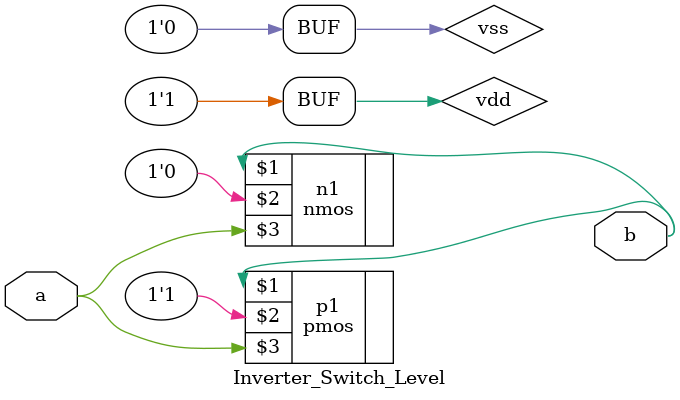
<source format=v>
`timescale 1ns / 1ps

module Inverter_Switch_Level(input a,output b);
 supply1 vdd;
 supply0 vss;
 // transistor(out,data,control);
 
 pmos p1(b,vdd,a);     // pmos(drain , source , gate)
 nmos n1(b,vss,a);     //nmos(drain, source, gate)
endmodule

</source>
